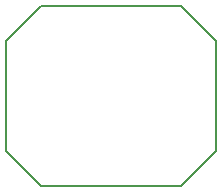
<source format=gko>
G04 DipTrace 2.4.0.2*
%INcaptouch.gko*%
%MOMM*%
%ADD11C,0.14*%
%FSLAX53Y53*%
G04*
G71*
G90*
G75*
G01*
%LNBoardOutline*%
%LPD*%
X10000Y22281D2*
D11*
Y12959D1*
X12959Y10000D1*
X24821D1*
X27780Y12959D1*
Y22281D1*
X24821Y25240D1*
X12959D1*
X10000Y22281D1*
M02*

</source>
